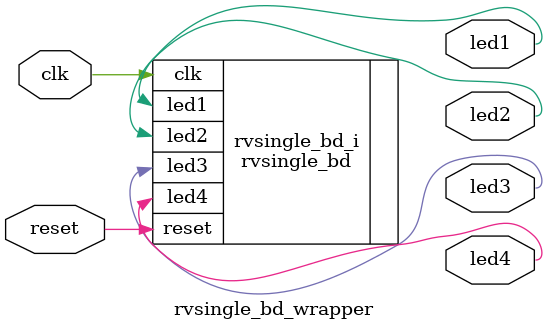
<source format=v>
`timescale 1 ps / 1 ps

module rvsingle_bd_wrapper
   (clk,
    led1,
    led2,
    led3,
    led4,
    reset);
  input clk;
  output led1;
  output led2;
  output led3;
  output led4;
  input reset;

  wire clk;
  wire led1;
  wire led2;
  wire led3;
  wire led4;
  wire reset;

  rvsingle_bd rvsingle_bd_i
       (.clk(clk),
        .led1(led1),
        .led2(led2),
        .led3(led3),
        .led4(led4),
        .reset(reset));
endmodule

</source>
